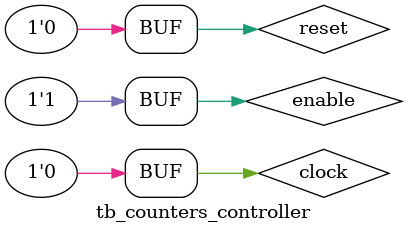
<source format=v>
`timescale 1ns / 10ps
module tb_counters_controller();

    reg clock = 0, reset = 1, enable = 0;
    wire[15:0]  Output;        //son las salidas de los contadores
    wire[3:0]   blinks;             // es el activador de reset 


    counters_controller     tb_counters_controller_DUT(
                                    .clk    (clock),
                                    .reset    (reset),
                                    .ena    (enable),
                                    .Qdata  (Output),
                                    .blink  (blinks)
);

    //initial Output <= 14'b11111111111111;
    initial #10 reset = 0;
    initial #10 enable = 1;
    initial repeat (50) #1 clock = ~clock;
    initial $monitor ("Tiempo %t", $time);

    

endmodule

</source>
